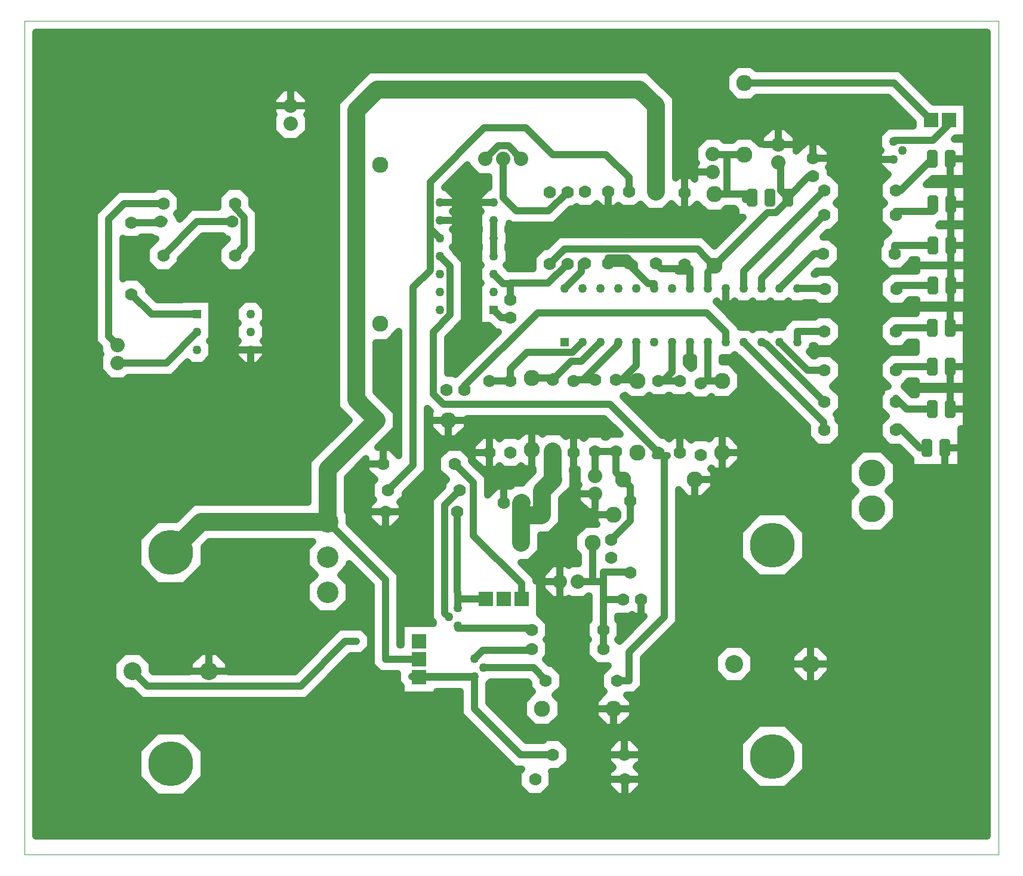
<source format=gbr>
G04 PROTEUS GERBER X2 FILE*
%TF.GenerationSoftware,Labcenter,Proteus,8.15-SP1-Build34318*%
%TF.CreationDate,2023-09-22T14:49:31+00:00*%
%TF.FileFunction,Copper,L2,Bot*%
%TF.FilePolarity,Positive*%
%TF.Part,Single*%
%TF.SameCoordinates,{cc55e535-ffdd-4919-8125-6210c26246c2}*%
%FSLAX45Y45*%
%MOMM*%
G01*
%TA.AperFunction,Conductor*%
%ADD10C,1.016000*%
%ADD11C,2.540000*%
%TA.AperFunction,ViaPad*%
%ADD12C,0.762000*%
%TA.AperFunction,ComponentPad*%
%ADD13C,2.032000*%
%TA.AperFunction,ComponentPad*%
%ADD14R,1.270000X1.270000*%
%ADD15C,1.270000*%
%AMDIL006*
4,1,8,
-0.762000,0.965200,-0.457200,1.270000,0.457200,1.270000,0.762000,0.965200,0.762000,-0.965200,
0.457200,-1.270000,-0.457200,-1.270000,-0.762000,-0.965200,-0.762000,0.965200,
0*%
%TA.AperFunction,ComponentPad*%
%ADD16DIL006*%
%ADD17C,1.778000*%
%ADD18C,2.286000*%
%TA.AperFunction,ComponentPad*%
%ADD19R,2.032000X2.032000*%
%TA.AperFunction,ComponentPad*%
%ADD70C,2.540000*%
%ADD71C,6.350000*%
%TA.AperFunction,ComponentPad*%
%ADD20C,3.048000*%
%TA.AperFunction,ComponentPad*%
%ADD21C,3.810000*%
%TA.AperFunction,Profile*%
%ADD22C,0.101600*%
%TD.AperFunction*%
%TA.AperFunction,Conductor*%
G36*
X+5362520Y-6250000D02*
X-8132520Y-6250000D01*
X-8132520Y+5142520D01*
X+5362520Y+5142520D01*
X+5362520Y-6250000D01*
G37*
%TD.AperFunction*%
%LPC*%
G36*
X+627564Y+4527564D02*
X+939399Y+4215729D01*
X+939399Y+3076647D01*
X+970051Y+3107299D01*
X+1169949Y+3107299D01*
X+1216001Y+3061247D01*
X+1216001Y+3265210D01*
X+1237791Y+3287000D01*
X+1216001Y+3308790D01*
X+1216001Y+3519210D01*
X+1364790Y+3667999D01*
X+1575210Y+3667999D01*
X+1636010Y+3607199D01*
X+1746030Y+3607199D01*
X+1809530Y+3670699D01*
X+2030470Y+3670699D01*
X+2146001Y+3555168D01*
X+2146001Y+3659210D01*
X+2294790Y+3807999D01*
X+2505210Y+3807999D01*
X+2653999Y+3659210D01*
X+2653999Y+3455247D01*
X+2794051Y+3595299D01*
X+2993949Y+3595299D01*
X+3135299Y+3453949D01*
X+3135299Y+3254051D01*
X+3108248Y+3227000D01*
X+3135299Y+3199949D01*
X+3135299Y+3141299D01*
X+3153949Y+3141299D01*
X+3295299Y+2999949D01*
X+3295299Y+2800051D01*
X+3220248Y+2725000D01*
X+3295299Y+2649949D01*
X+3295299Y+2450051D01*
X+3153949Y+2308701D01*
X+3100067Y+2308701D01*
X+3032665Y+2241299D01*
X+3137949Y+2241299D01*
X+3279299Y+2099949D01*
X+3279299Y+1900051D01*
X+3137949Y+1758701D01*
X+2952067Y+1758701D01*
X+2906565Y+1713199D01*
X+2929951Y+1713199D01*
X+2958051Y+1741299D01*
X+3157949Y+1741299D01*
X+3299299Y+1599949D01*
X+3299299Y+1400051D01*
X+3157949Y+1258701D01*
X+3011264Y+1258701D01*
X+3010323Y+1258311D01*
X+3009933Y+1258701D01*
X+2958051Y+1258701D01*
X+2909951Y+1306801D01*
X+2772128Y+1306801D01*
X+2759428Y+1294101D01*
X+2580572Y+1294101D01*
X+2543000Y+1331673D01*
X+2505428Y+1294101D01*
X+2326572Y+1294101D01*
X+2289000Y+1331673D01*
X+2251428Y+1294101D01*
X+2072572Y+1294101D01*
X+2035000Y+1331673D01*
X+1997428Y+1294101D01*
X+1818572Y+1294101D01*
X+1781000Y+1331673D01*
X+1743428Y+1294101D01*
X+1564572Y+1294101D01*
X+1527000Y+1331673D01*
X+1516039Y+1320712D01*
X+1857199Y+979552D01*
X+1857199Y+963899D01*
X+1997428Y+963899D01*
X+2035000Y+926327D01*
X+2072572Y+963899D01*
X+2251428Y+963899D01*
X+2289000Y+926327D01*
X+2326572Y+963899D01*
X+2466801Y+963899D01*
X+2466801Y+982167D01*
X+2585833Y+1101199D01*
X+2913951Y+1101199D01*
X+2954051Y+1141299D01*
X+3153949Y+1141299D01*
X+3295299Y+999949D01*
X+3295299Y+800051D01*
X+3153949Y+658701D01*
X+2954051Y+658701D01*
X+2917951Y+694801D01*
X+2885899Y+694801D01*
X+2885899Y+658572D01*
X+2839346Y+612019D01*
X+2900167Y+551199D01*
X+2913951Y+551199D01*
X+2954051Y+591299D01*
X+3153949Y+591299D01*
X+3295299Y+449949D01*
X+3295299Y+250051D01*
X+3170248Y+125000D01*
X+3295299Y-51D01*
X+3295299Y-199949D01*
X+3219307Y-275941D01*
X+3247889Y-304523D01*
X+3247889Y-352641D01*
X+3295299Y-400051D01*
X+3295299Y-599949D01*
X+3153949Y-741299D01*
X+2954051Y-741299D01*
X+2812701Y-599949D01*
X+2812701Y-444068D01*
X+1836533Y+532101D01*
X+1818572Y+532101D01*
X+1781000Y+569673D01*
X+1743428Y+532101D01*
X+1603199Y+532101D01*
X+1603199Y+466699D01*
X+1710470Y+466699D01*
X+1866699Y+310470D01*
X+1866699Y+89530D01*
X+1710470Y-66699D01*
X+1489530Y-66699D01*
X+1449039Y-26209D01*
X+1399949Y-75299D01*
X+1200051Y-75299D01*
X+1133000Y-8248D01*
X+1099949Y-41299D01*
X+900051Y-41299D01*
X+861951Y-3199D01*
X+838049Y-3199D01*
X+799949Y-41299D01*
X+600051Y-41299D01*
X+567960Y-9209D01*
X+510470Y-66699D01*
X+289530Y-66699D01*
X+224039Y-1209D01*
X+199949Y-25299D01*
X+196665Y-25299D01*
X+746067Y-574701D01*
X+799949Y-574701D01*
X+850000Y-624752D01*
X+900051Y-574701D01*
X+1099949Y-574701D01*
X+1167000Y-641752D01*
X+1200051Y-608701D01*
X+1399949Y-608701D01*
X+1415039Y-623792D01*
X+1489530Y-549301D01*
X+1710470Y-549301D01*
X+1866699Y-705530D01*
X+1866699Y-926470D01*
X+1710470Y-1082699D01*
X+1489530Y-1082699D01*
X+1449039Y-1042209D01*
X+1442208Y-1049040D01*
X+1482699Y-1089530D01*
X+1482699Y-1310470D01*
X+1326470Y-1466699D01*
X+1105530Y-1466699D01*
X+984923Y-1346092D01*
X+984923Y-3229779D01*
X+482867Y-3731835D01*
X+482867Y-4134167D01*
X+363835Y-4253199D01*
X+254049Y-4253199D01*
X+250208Y-4257040D01*
X+332699Y-4339530D01*
X+332699Y-4560470D01*
X+176470Y-4716699D01*
X-44470Y-4716699D01*
X-200699Y-4560470D01*
X-200699Y-4339530D01*
X-68209Y-4207040D01*
X-125299Y-4149949D01*
X-125299Y-3950051D01*
X-16547Y-3841299D01*
X-183949Y-3841299D01*
X-325299Y-3699949D01*
X-325299Y-3500051D01*
X-290248Y-3465000D01*
X-325299Y-3429949D01*
X-325299Y-3230051D01*
X-287199Y-3191951D01*
X-287199Y-2853199D01*
X-289990Y-2853199D01*
X-340790Y-2903999D01*
X-551210Y-2903999D01*
X-573000Y-2882209D01*
X-594790Y-2903999D01*
X-805210Y-2903999D01*
X-953999Y-2755210D01*
X-953999Y-2544790D01*
X-805210Y-2396001D01*
X-594790Y-2396001D01*
X-573000Y-2417791D01*
X-551210Y-2396001D01*
X-437199Y-2396001D01*
X-437199Y-2273970D01*
X-500699Y-2210470D01*
X-500699Y-1989530D01*
X-344470Y-1833301D01*
X-177868Y-1833301D01*
X-200699Y-1810470D01*
X-200699Y-1657999D01*
X-305210Y-1657999D01*
X-453999Y-1509210D01*
X-453999Y-1298790D01*
X-432209Y-1277000D01*
X-453999Y-1255210D01*
X-453999Y-1057299D01*
X-520601Y-1057299D01*
X-520601Y-1078317D01*
X-513391Y-1085527D01*
X-513391Y-1316985D01*
X-670601Y-1474195D01*
X-670601Y-1815731D01*
X-834269Y-1979399D01*
X-834271Y-1979399D01*
X-844271Y-1989399D01*
X-970601Y-1989399D01*
X-970601Y-2215731D01*
X-1134269Y-2379399D01*
X-1250739Y-2379399D01*
X-1038801Y-2591337D01*
X-1038801Y-2636001D01*
X-988001Y-2636001D01*
X-988001Y-3100751D01*
X-858701Y-3230051D01*
X-858701Y-3429949D01*
X-893752Y-3465000D01*
X-858701Y-3500051D01*
X-858701Y-3699949D01*
X-905693Y-3746941D01*
X-843933Y-3808701D01*
X-800051Y-3808701D01*
X-658701Y-3950051D01*
X-658701Y-4149949D01*
X-765792Y-4257040D01*
X-683301Y-4339530D01*
X-683301Y-4560470D01*
X-839530Y-4716699D01*
X-1060470Y-4716699D01*
X-1216699Y-4560470D01*
X-1216699Y-4339530D01*
X-1084209Y-4207040D01*
X-1141299Y-4149949D01*
X-1141299Y-4086067D01*
X-1157167Y-4070199D01*
X-1680872Y-4070199D01*
X-1693572Y-4082899D01*
X-1694101Y-4082899D01*
X-1694101Y-4083428D01*
X-1706801Y-4096128D01*
X-1706801Y-4365833D01*
X-1175833Y-4896801D01*
X-938049Y-4896801D01*
X-899949Y-4858701D01*
X-700051Y-4858701D01*
X-558701Y-5000051D01*
X-558701Y-5199949D01*
X-700051Y-5341299D01*
X-817453Y-5341299D01*
X-808701Y-5350051D01*
X-808701Y-5549949D01*
X-950051Y-5691299D01*
X-1149949Y-5691299D01*
X-1291299Y-5549949D01*
X-1291299Y-5350051D01*
X-1244447Y-5303199D01*
X-1344168Y-5303199D01*
X-1463199Y-5184167D01*
X-2113199Y-4534167D01*
X-2113199Y-4207199D01*
X-2446001Y-4207199D01*
X-2446001Y-4257999D01*
X-2953999Y-4257999D01*
X-2953999Y-4130368D01*
X-3003199Y-4081168D01*
X-3003199Y-3953199D01*
X-3254167Y-3953199D01*
X-3373199Y-3834167D01*
X-3373199Y-2703407D01*
X-3685201Y-2391405D01*
X-3685201Y-2425872D01*
X-3809139Y-2549810D01*
X-3685201Y-2673748D01*
X-3685201Y-2926252D01*
X-3863748Y-3104799D01*
X-4116252Y-3104799D01*
X-4294799Y-2926252D01*
X-4294799Y-2673748D01*
X-4170861Y-2549810D01*
X-4294799Y-2425872D01*
X-4294799Y-2173368D01*
X-4200070Y-2078639D01*
X-5669059Y-2078639D01*
X-5747777Y-2157357D01*
X-5747777Y-2426767D01*
X-6023037Y-2702027D01*
X-6412315Y-2702027D01*
X-6687575Y-2426767D01*
X-6687575Y-2037489D01*
X-6412315Y-1762229D01*
X-6142905Y-1762229D01*
X-5900517Y-1519841D01*
X-4269399Y-1519841D01*
X-4269399Y-938271D01*
X-3691128Y-360000D01*
X-3869399Y-181729D01*
X-3869399Y+4145729D01*
X-3405729Y+4609399D01*
X+545729Y+4609399D01*
X+627564Y+4527564D01*
G37*
G36*
X+5068599Y+670601D02*
X+5068599Y+120601D01*
X+4357401Y+120601D01*
X+4357401Y+196801D01*
X+4258049Y+196801D01*
X+4186248Y+125000D01*
X+4308049Y+3199D01*
X+4357401Y+3199D01*
X+4357401Y+79399D01*
X+5068599Y+79399D01*
X+5068599Y-479399D01*
X+4992599Y-479399D01*
X+4992599Y-1029399D01*
X+4281401Y-1029399D01*
X+4281401Y-912767D01*
X+4109933Y-741299D01*
X+3970051Y-741299D01*
X+3828701Y-599949D01*
X+3828701Y-400051D01*
X+3928752Y-300000D01*
X+3828701Y-199949D01*
X+3828701Y-51D01*
X+3866801Y+38049D01*
X+3866801Y+85773D01*
X+3948270Y+119518D01*
X+3953752Y+125000D01*
X+3828701Y+250051D01*
X+3828701Y+449949D01*
X+3970051Y+591299D01*
X+3973933Y+591299D01*
X+3985833Y+603199D01*
X+4357401Y+603199D01*
X+4357401Y+746801D01*
X+4258049Y+746801D01*
X+4169949Y+658701D01*
X+3970051Y+658701D01*
X+3828701Y+800051D01*
X+3828701Y+999949D01*
X+3970051Y+1141299D01*
X+3973933Y+1141299D01*
X+3985833Y+1153199D01*
X+4357401Y+1153199D01*
X+4357401Y+1229399D01*
X+5068599Y+1229399D01*
X+5068599Y+670601D01*
G37*
G36*
X+5072599Y+1270601D02*
X+4361401Y+1270601D01*
X+4361401Y+1346801D01*
X+4262049Y+1346801D01*
X+4173949Y+1258701D01*
X+3974051Y+1258701D01*
X+3832701Y+1400051D01*
X+3832701Y+1599949D01*
X+3974051Y+1741299D01*
X+3977933Y+1741299D01*
X+3989833Y+1753199D01*
X+4361401Y+1753199D01*
X+4361401Y+1829399D01*
X+5072599Y+1829399D01*
X+5072599Y+1270601D01*
G37*
G36*
X+2093970Y+4623199D02*
X+4128167Y+4623199D01*
X+4597366Y+4153999D01*
X+5071999Y+4153999D01*
X+5071999Y+3646001D01*
X+4910633Y+3646001D01*
X+4894031Y+3629399D01*
X+5066599Y+3629399D01*
X+5066599Y+3070601D01*
X+4591967Y+3070601D01*
X+4500765Y+2979399D01*
X+5072599Y+2979399D01*
X+5072599Y+2420601D01*
X+4697967Y+2420601D01*
X+4676765Y+2399399D01*
X+5072599Y+2399399D01*
X+5072599Y+1840601D01*
X+4361401Y+1840601D01*
X+4361401Y+1916801D01*
X+4295299Y+1916801D01*
X+4295299Y+1900051D01*
X+4153949Y+1758701D01*
X+3954051Y+1758701D01*
X+3812701Y+1900051D01*
X+3812701Y+2099949D01*
X+3850802Y+2138050D01*
X+3850802Y+2204168D01*
X+3962693Y+2316059D01*
X+3828701Y+2450051D01*
X+3828701Y+2649949D01*
X+3903752Y+2725000D01*
X+3828701Y+2800051D01*
X+3828701Y+2999949D01*
X+3955853Y+3127101D01*
X+3947572Y+3127101D01*
X+3821101Y+3253572D01*
X+3821101Y+3432428D01*
X+3858673Y+3470000D01*
X+3821101Y+3507572D01*
X+3821101Y+3686428D01*
X+3947572Y+3812899D01*
X+3965533Y+3812899D01*
X+3968428Y+3815794D01*
X+4310001Y+3815794D01*
X+4310001Y+3866633D01*
X+3959833Y+4216801D01*
X+2093970Y+4216801D01*
X+2030470Y+4153301D01*
X+1809530Y+4153301D01*
X+1653301Y+4309530D01*
X+1653301Y+4530470D01*
X+1809530Y+4686699D01*
X+2030470Y+4686699D01*
X+2093970Y+4623199D01*
G37*
G36*
X+3140187Y-3697937D02*
X+3140187Y-3929399D01*
X+2976519Y-4093067D01*
X+2745057Y-4093067D01*
X+2581389Y-3929399D01*
X+2581389Y-3697937D01*
X+2745057Y-3534269D01*
X+2976519Y-3534269D01*
X+3140187Y-3697937D01*
G37*
G36*
X+2053067Y-3697937D02*
X+2053067Y-3929399D01*
X+1889399Y-4093067D01*
X+1657937Y-4093067D01*
X+1494269Y-3929399D01*
X+1494269Y-3697937D01*
X+1657937Y-3534269D01*
X+1889399Y-3534269D01*
X+2053067Y-3697937D01*
G37*
G36*
X+2787127Y-4932209D02*
X+2787127Y-5321487D01*
X+2511867Y-5596747D01*
X+2122589Y-5596747D01*
X+1847329Y-5321487D01*
X+1847329Y-4932209D01*
X+2122589Y-4656949D01*
X+2511867Y-4656949D01*
X+2787127Y-4932209D01*
G37*
G36*
X+2787127Y-1935009D02*
X+2787127Y-2324287D01*
X+2511867Y-2599547D01*
X+2122589Y-2599547D01*
X+1847329Y-2324287D01*
X+1847329Y-1935009D01*
X+2122589Y-1659749D01*
X+2511867Y-1659749D01*
X+2787127Y-1935009D01*
G37*
G36*
X+457299Y-5000051D02*
X+457299Y-5199949D01*
X+384248Y-5273000D01*
X+461299Y-5350051D01*
X+461299Y-5549949D01*
X+319949Y-5691299D01*
X+120051Y-5691299D01*
X-21299Y-5549949D01*
X-21299Y-5350051D01*
X+51752Y-5277000D01*
X-25299Y-5199949D01*
X-25299Y-5000051D01*
X+116051Y-4858701D01*
X+315949Y-4858701D01*
X+457299Y-5000051D01*
G37*
G36*
X-4266001Y+4203210D02*
X-4266001Y+3992790D01*
X-4287791Y+3971000D01*
X-4266001Y+3949210D01*
X-4266001Y+3738790D01*
X-4414790Y+3590001D01*
X-4625210Y+3590001D01*
X-4773999Y+3738790D01*
X-4773999Y+3949210D01*
X-4752209Y+3971000D01*
X-4773999Y+3992790D01*
X-4773999Y+4203210D01*
X-4625210Y+4351999D01*
X-4414790Y+4351999D01*
X-4266001Y+4203210D01*
G37*
G36*
X+4072899Y-967967D02*
X+4072899Y-1252033D01*
X+3960932Y-1364000D01*
X+4072899Y-1475967D01*
X+4072899Y-1760033D01*
X+3872033Y-1960899D01*
X+3587967Y-1960899D01*
X+3387101Y-1760033D01*
X+3387101Y-1475967D01*
X+3499068Y-1364000D01*
X+3387101Y-1252033D01*
X+3387101Y-967967D01*
X+3587967Y-767101D01*
X+3872033Y-767101D01*
X+4072899Y-967967D01*
G37*
G36*
X-5067701Y+2814949D02*
X-5067701Y+2699140D01*
X-4971801Y+2603240D01*
X-4971801Y+2024833D01*
X-5067701Y+1928933D01*
X-5067701Y+1875051D01*
X-5209051Y+1733701D01*
X-5408949Y+1733701D01*
X-5550299Y+1875051D01*
X-5550299Y+2074949D01*
X-5411547Y+2213701D01*
X-5444949Y+2213701D01*
X-5483049Y+2251801D01*
X-5760833Y+2251801D01*
X-6083701Y+1928933D01*
X-6083701Y+1875051D01*
X-6225051Y+1733701D01*
X-6424949Y+1733701D01*
X-6566299Y+1875051D01*
X-6566299Y+2074949D01*
X-6427547Y+2213701D01*
X-6460949Y+2213701D01*
X-6489049Y+2241801D01*
X-6636951Y+2241801D01*
X-6675051Y+2203701D01*
X-6874949Y+2203701D01*
X-6895572Y+2224324D01*
X-6895572Y+1649676D01*
X-6874949Y+1670299D01*
X-6675051Y+1670299D01*
X-6533701Y+1528949D01*
X-6533701Y+1475067D01*
X-6404833Y+1346199D01*
X-6062899Y+1346199D01*
X-6062899Y+1358899D01*
X-5631101Y+1358899D01*
X-5631101Y+799572D01*
X-5668674Y+761999D01*
X-5631101Y+724428D01*
X-5631101Y+545572D01*
X-5757572Y+419101D01*
X-5936428Y+419101D01*
X-5982981Y+465653D01*
X-6196833Y+251801D01*
X-6818990Y+251801D01*
X-6869790Y+201001D01*
X-7080210Y+201001D01*
X-7228999Y+349790D01*
X-7228999Y+560210D01*
X-7207209Y+582000D01*
X-7228999Y+603790D01*
X-7228999Y+675632D01*
X-7301970Y+748604D01*
X-7301970Y+2577112D01*
X-6960883Y+2918199D01*
X-6463049Y+2918199D01*
X-6424949Y+2956299D01*
X-6225051Y+2956299D01*
X-6083701Y+2814949D01*
X-6083701Y+2615051D01*
X-6131753Y+2566999D01*
X-6119701Y+2554949D01*
X-6119701Y+2540142D01*
X-6093488Y+2493878D01*
X-5929167Y+2658199D01*
X-5550299Y+2658199D01*
X-5550299Y+2814949D01*
X-5408949Y+2956299D01*
X-5209051Y+2956299D01*
X-5067701Y+2814949D01*
G37*
G36*
X-4869101Y+1232428D02*
X-4869101Y+1053572D01*
X-4906673Y+1016000D01*
X-4869101Y+978428D01*
X-4869101Y+799572D01*
X-4906673Y+762000D01*
X-4869101Y+724428D01*
X-4869101Y+545572D01*
X-4995572Y+419101D01*
X-5174428Y+419101D01*
X-5300899Y+545572D01*
X-5300899Y+724428D01*
X-5263327Y+762000D01*
X-5300899Y+799572D01*
X-5300899Y+978428D01*
X-5263327Y+1016000D01*
X-5300899Y+1053572D01*
X-5300899Y+1232428D01*
X-5174428Y+1358899D01*
X-4995572Y+1358899D01*
X-4869101Y+1232428D01*
G37*
G36*
X-3383012Y-3412108D02*
X-3383012Y-3580444D01*
X-3502043Y-3699475D01*
X-3661024Y-3699475D01*
X-4290456Y-4328907D01*
X-6635843Y-4328907D01*
X-6769203Y-4195547D01*
X-6876967Y-4195547D01*
X-7040635Y-4031879D01*
X-7040635Y-3800417D01*
X-6876967Y-3636749D01*
X-6645505Y-3636749D01*
X-6481837Y-3800417D01*
X-6481837Y-3908181D01*
X-6467509Y-3922509D01*
X-5953515Y-3922509D01*
X-5953515Y-3800417D01*
X-5789847Y-3636749D01*
X-5558385Y-3636749D01*
X-5394717Y-3800417D01*
X-5394717Y-3922509D01*
X-4458790Y-3922509D01*
X-3829358Y-3293077D01*
X-3502043Y-3293077D01*
X-3383012Y-3412108D01*
G37*
G36*
X-5747777Y-5034689D02*
X-5747777Y-5423967D01*
X-6023037Y-5699227D01*
X-6412315Y-5699227D01*
X-6687575Y-5423967D01*
X-6687575Y-5034689D01*
X-6412315Y-4759429D01*
X-6023037Y-4759429D01*
X-5747777Y-5034689D01*
G37*
%LPD*%
%TA.AperFunction,Conductor*%
G36*
X+970051Y+2624701D02*
X+1169949Y+2624701D01*
X+1252039Y+2706791D01*
X+1381530Y+2577301D01*
X+1602470Y+2577301D01*
X+1665970Y+2640801D01*
X+1775001Y+2640801D01*
X+1797401Y+2618401D01*
X+1797401Y+2520601D01*
X+1897235Y+2520601D01*
X+1492000Y+2115366D01*
X+1337236Y+2270130D01*
X-717236Y+2270130D01*
X-886067Y+2101299D01*
X-939949Y+2101299D01*
X-1081299Y+1959949D01*
X-1081299Y+1790799D01*
X-1422101Y+1790799D01*
X-1422101Y+1799428D01*
X-1459673Y+1837000D01*
X-1422101Y+1874572D01*
X-1422101Y+2053428D01*
X-1434802Y+2066128D01*
X-1434802Y+2115871D01*
X-1422101Y+2128572D01*
X-1422101Y+2307428D01*
X-1434802Y+2320129D01*
X-1434802Y+2369871D01*
X-1422101Y+2382572D01*
X-1422101Y+2432333D01*
X-1398167Y+2408401D01*
X-773433Y+2408401D01*
X-545533Y+2636301D01*
X-491651Y+2636301D01*
X-461600Y+2666352D01*
X-439949Y+2644701D01*
X-240051Y+2644701D01*
X-175000Y+2709752D01*
X-109949Y+2644701D01*
X+89949Y+2644701D01*
X+134350Y+2689102D01*
X+180051Y+2643402D01*
X+379949Y+2643402D01*
X+443708Y+2707161D01*
X+544269Y+2606601D01*
X+775731Y+2606601D01*
X+881941Y+2712811D01*
X+970051Y+2624701D01*
G37*
%TD.AperFunction*%
%TA.AperFunction,Conductor*%
G36*
X+1196801Y+404049D02*
X+1166999Y+374247D01*
X+1099949Y+441299D01*
X+1095199Y+441299D01*
X+1095199Y+532101D01*
X+1196801Y+532101D01*
X+1196801Y+404049D01*
G37*
%TD.AperFunction*%
%TA.AperFunction,Conductor*%
G36*
X-2007999Y+3244790D02*
X-1859210Y+3096001D01*
X-1703199Y+3096001D01*
X-1703199Y+2941899D01*
X-1727428Y+2941899D01*
X-1853899Y+2815428D01*
X-1853899Y+2636572D01*
X-1816327Y+2599000D01*
X-1853899Y+2561428D01*
X-1853899Y+2382572D01*
X-1841199Y+2369872D01*
X-1841199Y+2320128D01*
X-1853899Y+2307428D01*
X-1853899Y+2128572D01*
X-1841199Y+2115872D01*
X-1841199Y+2066128D01*
X-1853899Y+2053428D01*
X-1853899Y+1874572D01*
X-1816328Y+1836999D01*
X-1853899Y+1799428D01*
X-1853899Y+1620572D01*
X-1816327Y+1583000D01*
X-1853899Y+1545428D01*
X-1853899Y+986101D01*
X-1709467Y+986101D01*
X-1616167Y+892801D01*
X-1574565Y+892801D01*
X-2180059Y+287307D01*
X-2204051Y+311299D01*
X-2294173Y+311299D01*
X-2294173Y+808461D01*
X-2052434Y+1050200D01*
X-2052434Y+1903800D01*
X-2184101Y+2035467D01*
X-2184101Y+2053428D01*
X-2221674Y+2090999D01*
X-2184101Y+2128572D01*
X-2184101Y+2307428D01*
X-2221673Y+2345000D01*
X-2184101Y+2382572D01*
X-2184101Y+2561428D01*
X-2221673Y+2599000D01*
X-2184101Y+2636572D01*
X-2184101Y+2815428D01*
X-2310572Y+2941899D01*
X-2330734Y+2941899D01*
X-2007999Y+3264634D01*
X-2007999Y+3244790D01*
G37*
%TD.AperFunction*%
%TA.AperFunction,Conductor*%
G36*
X-2533431Y-236262D02*
X-2546699Y-249530D01*
X-2546699Y-470470D01*
X-2390470Y-626699D01*
X-2169530Y-626699D01*
X-2013301Y-470470D01*
X-2013301Y-333199D01*
X-70168Y-333199D01*
X+155334Y-558701D01*
X+51Y-558701D01*
X-38049Y-596801D01*
X-61951Y-596801D01*
X-100051Y-558701D01*
X-299949Y-558701D01*
X-358001Y-616753D01*
X-400051Y-574701D01*
X-599949Y-574701D01*
X-615059Y-589811D01*
X-684269Y-520601D01*
X-915731Y-520601D01*
X-946981Y-551851D01*
X-989530Y-509301D01*
X-1210470Y-509301D01*
X-1287961Y-586792D01*
X-1300051Y-574701D01*
X-1499949Y-574701D01*
X-1550000Y-624752D01*
X-1600051Y-574701D01*
X-1799949Y-574701D01*
X-1941299Y-716051D01*
X-1941299Y-915949D01*
X-1799949Y-1057299D01*
X-1600051Y-1057299D01*
X-1550000Y-1007248D01*
X-1499949Y-1057299D01*
X-1300051Y-1057299D01*
X-1247961Y-1005209D01*
X-1210470Y-1042699D01*
X-1079399Y-1042699D01*
X-1079399Y-1092737D01*
X-1229399Y-1242737D01*
X-1229399Y-1250602D01*
X-1355730Y-1250602D01*
X-1393940Y-1288812D01*
X-1394051Y-1288701D01*
X-1593949Y-1288701D01*
X-1722801Y-1417553D01*
X-1722801Y-1159833D01*
X-1948701Y-933933D01*
X-1948701Y-880051D01*
X-2090051Y-738701D01*
X-2289949Y-738701D01*
X-2431299Y-880051D01*
X-2431299Y-1079949D01*
X-2311248Y-1200000D01*
X-2361299Y-1250051D01*
X-2361299Y-1303933D01*
X-2532073Y-1474707D01*
X-2532073Y-3182293D01*
X-2492899Y-3221467D01*
X-2492899Y-3239428D01*
X-2490326Y-3242001D01*
X-2953999Y-3242001D01*
X-2953999Y-3546801D01*
X-2966801Y-3546801D01*
X-2966801Y-2535073D01*
X-3685201Y-1816673D01*
X-3685201Y-1672988D01*
X-3710601Y-1647588D01*
X-3710601Y-1169729D01*
X-3447299Y-906427D01*
X-3447299Y-1079949D01*
X-3327248Y-1200000D01*
X-3377299Y-1250051D01*
X-3377299Y-1449949D01*
X-3341599Y-1485650D01*
X-3416000Y-1560051D01*
X-3416000Y-1759949D01*
X-3274650Y-1901299D01*
X-3074752Y-1901299D01*
X-2933402Y-1759949D01*
X-2933402Y-1560051D01*
X-2969103Y-1524351D01*
X-2894701Y-1449949D01*
X-2894701Y-1396067D01*
X-2579583Y-1080949D01*
X-2579583Y-190110D01*
X-2533431Y-236262D01*
G37*
%TD.AperFunction*%
%TA.AperFunction,Conductor*%
G36*
X-2985981Y-858771D02*
X-3106051Y-738701D01*
X-3279573Y-738701D01*
X-3016602Y-475730D01*
X-3016602Y-244270D01*
X-3310601Y+49729D01*
X-3310601Y+743301D01*
X-3139530Y+743301D01*
X-2985981Y+896850D01*
X-2985981Y-858771D01*
G37*
%TD.AperFunction*%
%TA.AperFunction,Conductor*%
G36*
X+350051Y-3141299D02*
X+498671Y-3141299D01*
X+148609Y-3491361D01*
X+122248Y-3465000D01*
X+157299Y-3429949D01*
X+157299Y-3230051D01*
X+119199Y-3191951D01*
X+119199Y-3141299D01*
X+295949Y-3141299D01*
X+322999Y-3114249D01*
X+350051Y-3141299D01*
G37*
%TD.AperFunction*%
D10*
X+1300000Y+166000D02*
X+1300000Y+200000D01*
X+1334000Y+200000D02*
X+1300000Y+166000D01*
X-1700000Y+200000D02*
X-1400000Y+200000D01*
X-1638000Y+1964000D02*
X-1638000Y+2218000D01*
X-1638000Y+2472000D01*
X+200000Y-1200000D02*
X+100000Y-1100000D01*
X+100000Y-800000D01*
X-170000Y-800000D02*
X-200000Y-800000D01*
X-200000Y-1150000D02*
X-200000Y-800000D01*
X-170000Y-800000D02*
X+100000Y-800000D01*
X+196000Y-2900000D02*
X-84000Y-2900000D01*
X-84000Y-2650000D01*
X-84000Y-2521698D01*
X-77807Y-2515505D01*
X+299505Y-2515505D01*
X+300000Y-2516000D01*
X+300000Y-1500000D02*
X+300000Y-1300000D01*
X+200000Y-1200000D01*
X+32699Y-2050000D02*
X+300000Y-1782699D01*
X+300000Y-1500000D01*
X-1754000Y+3350000D02*
X-1571355Y+3532645D01*
X-1428645Y+3532645D01*
X-1246000Y+3350000D01*
X+1490000Y+1830000D02*
X+1488000Y+1828000D01*
X+1508000Y+2860000D02*
X+1492000Y+2844000D01*
X+1334000Y+200000D02*
X+1300000Y+200000D01*
X+384000Y+216000D02*
X+400000Y+200000D01*
X+1490000Y+1828000D02*
X+1490000Y+1830000D01*
D11*
X-950000Y-1700000D02*
X-950000Y-1358466D01*
X-792790Y-1201256D01*
X-800000Y-1194046D01*
X-800000Y-800000D01*
D10*
X-234000Y-2100000D02*
X-234000Y-2639769D01*
X-223769Y-2650000D01*
X-446000Y-2650000D02*
X-223769Y-2650000D01*
X-84000Y-2650000D01*
X-2150000Y-3277000D02*
X-2150000Y-3307000D01*
X-1123000Y-3307000D01*
X-1100000Y-3330000D01*
X-84000Y-3600000D02*
X-84000Y-3330000D01*
X-84000Y-2900000D01*
X-2400000Y+2218000D02*
X-2400000Y+2216701D01*
X-2398701Y+2218000D01*
X-1910000Y-3994000D02*
X-1910000Y-4001000D01*
X-1910000Y-4004000D01*
X-2700000Y-4004000D02*
X-2700000Y-4001000D01*
X-2700000Y-3997000D01*
X-2800000Y-3997000D02*
X-2800000Y-3994000D01*
X-1910000Y-3994000D01*
X-1910000Y-3740000D02*
X-1787000Y-3617000D01*
X-1100000Y-3617000D01*
X-1100000Y-3600000D01*
X-1783000Y-3867000D02*
X-1073000Y-3867000D01*
X-900000Y-4040000D01*
X-900000Y-4050000D01*
X-1400000Y+1350000D02*
X-1400000Y+1560000D01*
X+1000000Y+200000D02*
X+968000Y+200000D01*
X+400000Y+200000D02*
X+368000Y+200000D01*
X+384000Y+216000D01*
X+1568000Y+200000D02*
X+1600000Y+200000D01*
X-6975000Y+709000D02*
X-7098771Y+832771D01*
X-7098771Y+2492945D01*
X-6876716Y+2715000D01*
X-6325000Y+2715000D01*
X-6775000Y+1429000D02*
X-6489000Y+1143000D01*
X-5847000Y+1143000D01*
X-6775000Y+2445000D02*
X-6334258Y+2445000D01*
X-6311969Y+2467289D01*
X-6361000Y+2455000D01*
X-6325000Y+1975000D02*
X-5845000Y+2455000D01*
X-5345000Y+2455000D01*
X-5309000Y+1975000D02*
X-5175000Y+2109000D01*
X-5175000Y+2519073D01*
X-5309000Y+2653073D01*
X-5309000Y+2715000D01*
X-6975000Y+455000D02*
X-6281000Y+455000D01*
X-5847000Y+889000D01*
X-1638000Y+1202000D02*
X-1532000Y+1096000D01*
X-1400000Y+1096000D01*
X-1910000Y-4004000D02*
X-1910000Y-4450000D01*
X-1260000Y-5100000D01*
X-800000Y-5100000D01*
X-2398701Y+2218000D02*
X-2400000Y+2218000D01*
X-2539700Y+2358999D02*
X-2398701Y+2218000D01*
X+658000Y-858000D02*
X+700000Y-816000D01*
X-3136000Y-1350000D02*
X-2782782Y-996782D01*
X-2782782Y+1524688D01*
X-2540000Y+1767470D01*
X-2540000Y+2358699D01*
X-2539700Y+2358999D01*
X+700000Y-816000D02*
X+14000Y-130000D01*
X-2352327Y-130000D01*
X-2497372Y+15045D01*
X-2497372Y+892628D01*
X-2255633Y+1134367D01*
X-2255633Y+1819633D01*
X-2400000Y+1964000D01*
X-2158701Y-1660000D02*
X-2158701Y-2791299D01*
X-2150000Y-2800000D01*
X-2277000Y-3150000D02*
X-2328874Y-3098126D01*
X-2328874Y-1558874D01*
X-2120000Y-1350000D01*
D11*
X-3990000Y-1799240D02*
X-3990000Y-1054000D01*
X-3296000Y-360000D01*
D10*
X-2700000Y-4004000D02*
X-1910000Y-4004000D01*
X-2700000Y-4001000D02*
X-1910000Y-4001000D01*
X-3990000Y-1799240D02*
X-3170000Y-2619240D01*
X-3170000Y-3750000D01*
X-2700000Y-3750000D01*
X-1100000Y+240000D02*
X-816000Y+240000D01*
X-800000Y+256000D01*
X-800000Y+216000D01*
X-1750000Y-2890000D02*
X-2150000Y-2890000D01*
X-2150000Y-2800000D01*
X-2150000Y-3023000D02*
X-2150000Y-2890000D01*
D11*
X-950000Y-1700000D02*
X-960000Y-1710000D01*
X-1250000Y-1710000D01*
X-1250000Y-2100000D02*
X-1250000Y-1710000D01*
X-1250000Y-1540000D01*
X-1240000Y-1530000D01*
X-3990000Y-1799240D02*
X-5784788Y-1799240D01*
X-6217676Y-2232128D01*
D10*
X-6761236Y-3916148D02*
X-6551676Y-4125708D01*
X-4374623Y-4125708D01*
X-3745191Y-3496276D01*
X-3586211Y-3496276D01*
X-1400000Y+1576000D02*
X-1400000Y+1560000D01*
X-1638000Y+1710000D02*
X-1504000Y+1576000D01*
X-1400000Y+1576000D01*
X+4074000Y+1500000D02*
X+4074000Y+1550000D01*
X+4590000Y+1550000D01*
X+4070000Y+900000D02*
X+4070000Y+950000D01*
X+4586000Y+950000D01*
X+4070000Y+350000D02*
X+4070000Y+400000D01*
X+4586000Y+400000D01*
X+4590000Y+2700000D02*
X+4590000Y+2600000D01*
X+4070000Y+2600000D01*
X+4070000Y+2550000D01*
X+4070000Y-100000D02*
X+4070000Y-50000D01*
X+4220000Y-200000D01*
X+4586000Y-200000D01*
X+4054000Y+2000000D02*
X+4054000Y+2120000D01*
X+4590000Y+2120000D01*
X+4037000Y+3597000D02*
X+4052595Y+3612595D01*
X+4589861Y+3612595D01*
X+4818000Y+3840734D01*
X+4818000Y+3900000D01*
X-2190000Y-980000D02*
X-1926000Y-1244000D01*
X-1926000Y-1991504D01*
X-1242000Y-2675504D01*
X-1242000Y-2890000D01*
X+968000Y+200000D02*
X+900000Y+200000D01*
X+768000Y+200000D01*
X+892000Y+324000D01*
X+892000Y+748000D01*
X+700000Y+200000D02*
X+768000Y+200000D01*
X+384000Y+216000D02*
X+300000Y+216000D01*
X+228135Y+216000D01*
X+184000Y+216000D01*
X+384000Y+416000D01*
X+384000Y+748000D01*
X+100000Y+216000D02*
X+184000Y+216000D01*
X-800000Y+216000D02*
X-535777Y+480223D01*
X-391777Y+480223D01*
X-124000Y+748000D01*
X+1400000Y+748000D02*
X+1400000Y+232000D01*
X+1368000Y+200000D01*
X+1439623Y+200000D01*
X+1568000Y+200000D01*
X+1368000Y+200000D02*
X+1334000Y+200000D01*
X-200000Y+216000D02*
X-365464Y+216000D01*
X+130000Y+711464D01*
X+130000Y+748000D01*
X-365464Y+216000D02*
X-484000Y+216000D01*
X-500000Y+200000D01*
X-2050000Y+70000D02*
X-2050000Y+130000D01*
X-1013400Y+1166600D01*
X+1382785Y+1166600D01*
X+1654000Y+895385D01*
X+1654000Y+748000D01*
X-378000Y+748000D02*
X-518472Y+607528D01*
X-1162472Y+607528D01*
X-1400000Y+370000D01*
X-1400000Y+200000D01*
X+280000Y+1870000D02*
X+280000Y+1868701D01*
X-591600Y+1861600D02*
X-865600Y+1587600D01*
X-1400000Y+1587600D01*
X-1400000Y+1576000D01*
X-1500000Y+3350000D02*
X-1500000Y+2797600D01*
X-1314000Y+2611600D01*
X-857600Y+2611600D01*
X-591600Y+2877600D01*
X-630000Y+1510000D02*
X-390000Y+1750000D01*
X-390000Y+1870000D01*
X-340000Y+1870000D01*
X+280000Y+2884701D02*
X+280000Y+3082011D01*
X-47989Y+3410000D01*
X-800395Y+3410000D01*
X-1179121Y+3788726D01*
X-1771273Y+3788726D01*
X-2539700Y+3020299D01*
X-2539700Y+2358999D01*
X+638000Y+1510000D02*
X+638000Y+1580000D01*
X+558000Y+1580000D01*
X+268000Y+1870000D01*
X+280000Y+1870000D01*
X-10000Y+1870000D02*
X+268000Y+1870000D01*
X+280000Y+1870000D02*
X+340000Y+1870000D01*
X+360000Y+1850000D01*
X+360000Y+1800000D01*
X-10000Y+1870000D02*
X-10000Y+1940000D01*
X+260000Y+1940000D01*
X+280000Y+1920000D01*
X+280000Y+1870000D01*
X+1933970Y+2769199D02*
X+1933970Y+2808000D01*
X+1146000Y+1766000D02*
X+1146000Y+1756000D01*
X+976000Y+1756000D01*
X+1006000Y+1786000D01*
X+1070000Y+1850000D01*
X+1146000Y+1510000D02*
X+1146000Y+1756000D01*
X+660000Y+1870000D02*
X+744000Y+1786000D01*
X+1006000Y+1786000D01*
X+1146000Y+1786000D01*
X+1146000Y+1766000D01*
X+1933970Y+2808000D02*
X+1933970Y+2844000D01*
X+1400000Y+1510000D02*
X+1400000Y+1740000D01*
X+1488000Y+1828000D01*
X+1490000Y+1828000D01*
X+1492000Y+1828000D01*
X-840000Y+1860000D02*
X-633069Y+2066931D01*
X+1253069Y+2066931D01*
X+1377700Y+1942300D01*
X+1490000Y+1830000D01*
X+1492000Y+1828000D01*
X+2026000Y+2800000D02*
X+2026000Y+2808000D01*
X+1933970Y+2808000D01*
X+2534000Y+2800000D02*
X+2436666Y+2897334D01*
X+2436666Y+3270000D01*
X+2380000Y+3326666D01*
X+2400000Y+3300000D01*
X+1492000Y+1828000D02*
X+2249183Y+2585183D01*
X+2365183Y+2585183D01*
X+2534000Y+2754000D01*
X+2534000Y+2800000D01*
X+2670000Y+748000D02*
X+2670000Y+898000D01*
X+2819082Y+898000D01*
X+3054000Y+898000D01*
X+3054000Y+900000D01*
X+2670000Y+1510000D02*
X+3046000Y+1510000D01*
X+3058000Y+1498000D01*
X+3058000Y+1500000D01*
X+2416000Y+748000D02*
X+2816000Y+348000D01*
X+3054000Y+348000D01*
X+3054000Y+350000D01*
X+2534000Y+2800000D02*
X+2834000Y+3100000D01*
X+2894000Y+3100000D01*
X+1908000Y+1510000D02*
X+1908000Y+1754000D01*
X+3054000Y+2900000D01*
X+2162000Y+1510000D02*
X+2162000Y+1658000D01*
X+3054000Y+2550000D01*
X+2416000Y+1510000D02*
X+2906000Y+2000000D01*
X+3038000Y+2000000D01*
X+4070000Y+2900000D02*
X+4134000Y+2900000D01*
X+4584000Y+3350000D01*
X+1908000Y+748000D02*
X+3044690Y-388690D01*
X+3044690Y-411100D01*
X+3054000Y-500000D01*
X+3054000Y-100000D02*
X+2234000Y+720000D01*
X+2225500Y+720000D01*
X+2162000Y+748000D01*
X+1920000Y+4420000D02*
X+4044000Y+4420000D01*
X+4564000Y+3900000D01*
X+1710000Y+2844000D02*
X+1675168Y+2878832D01*
X+1675168Y+3404000D01*
X+1933970Y+2844000D02*
X+1710000Y+2844000D01*
X+1508000Y+2844000D01*
X+1508000Y+2860000D01*
X+1920000Y+3404000D02*
X+1675168Y+3404000D01*
X+1480000Y+3404000D01*
X+1470000Y+3414000D01*
D11*
X+660000Y+2886000D02*
X+660000Y+4100000D01*
X+430000Y+4330000D01*
X-3290000Y+4330000D01*
X-3590000Y+4030000D01*
X-3590000Y-66000D01*
X-3296000Y-360000D01*
D10*
X+4070000Y-500000D02*
X+4070000Y-450000D01*
X+4106000Y-450000D01*
X+4406000Y-750000D01*
X+4510000Y-750000D01*
X+116000Y-4050000D02*
X+279668Y-4050000D01*
X+279668Y-3647668D01*
X+781724Y-3145612D01*
X+781724Y-897944D01*
X+821668Y-858000D01*
X+658000Y-858000D01*
D12*
X-3586211Y-3496276D03*
D10*
X+5362520Y-6250000D02*
X-8132520Y-6250000D01*
X-8132520Y+5142520D01*
X+5362520Y+5142520D01*
X+5362520Y-6250000D01*
X+627564Y+4527564D02*
X+939399Y+4215729D01*
X+939399Y+3076647D01*
X+970051Y+3107299D01*
X+1169949Y+3107299D01*
X+1216001Y+3061247D01*
X+1216001Y+3265210D01*
X+1237791Y+3287000D01*
X+1216001Y+3308790D01*
X+1216001Y+3519210D01*
X+1364790Y+3667999D01*
X+1575210Y+3667999D01*
X+1636010Y+3607199D01*
X+1746030Y+3607199D01*
X+1809530Y+3670699D01*
X+2030470Y+3670699D01*
X+2146001Y+3555168D01*
X+2146001Y+3659210D01*
X+2294790Y+3807999D01*
X+2505210Y+3807999D01*
X+2653999Y+3659210D01*
X+2653999Y+3455247D01*
X+2794051Y+3595299D01*
X+2993949Y+3595299D01*
X+3135299Y+3453949D01*
X+3135299Y+3254051D01*
X+3108248Y+3227000D01*
X+3135299Y+3199949D01*
X+3135299Y+3141299D01*
X+3153949Y+3141299D01*
X+3295299Y+2999949D01*
X+3295299Y+2800051D01*
X+3220248Y+2725000D01*
X+3295299Y+2649949D01*
X+3295299Y+2450051D01*
X+3153949Y+2308701D01*
X+3100067Y+2308701D01*
X+3032665Y+2241299D01*
X+3137949Y+2241299D01*
X+3279299Y+2099949D01*
X+3279299Y+1900051D01*
X+3137949Y+1758701D01*
X+2952067Y+1758701D01*
X+2906565Y+1713199D01*
X+2929951Y+1713199D01*
X+2958051Y+1741299D01*
X+3157949Y+1741299D01*
X+3299299Y+1599949D01*
X+3299299Y+1400051D01*
X+3157949Y+1258701D01*
X+3011264Y+1258701D01*
X+3010323Y+1258311D01*
X+3009933Y+1258701D01*
X+2958051Y+1258701D01*
X+2909951Y+1306801D01*
X+2772128Y+1306801D01*
X+2759428Y+1294101D01*
X+2580572Y+1294101D01*
X+2543000Y+1331673D01*
X+2505428Y+1294101D01*
X+2326572Y+1294101D01*
X+2289000Y+1331673D01*
X+2251428Y+1294101D01*
X+2072572Y+1294101D01*
X+2035000Y+1331673D01*
X+1997428Y+1294101D01*
X+1818572Y+1294101D01*
X+1781000Y+1331673D01*
X+1743428Y+1294101D01*
X+1564572Y+1294101D01*
X+1527000Y+1331673D01*
X+1516039Y+1320712D01*
X+1857199Y+979552D01*
X+1857199Y+963899D01*
X+1997428Y+963899D01*
X+2035000Y+926327D01*
X+2072572Y+963899D01*
X+2251428Y+963899D01*
X+2289000Y+926327D01*
X+2326572Y+963899D01*
X+2466801Y+963899D01*
X+2466801Y+982167D01*
X+2585833Y+1101199D01*
X+2913951Y+1101199D01*
X+2954051Y+1141299D01*
X+3153949Y+1141299D01*
X+3295299Y+999949D01*
X+3295299Y+800051D01*
X+3153949Y+658701D01*
X+2954051Y+658701D01*
X+2917951Y+694801D01*
X+2885899Y+694801D01*
X+2885899Y+658572D01*
X+2839346Y+612019D01*
X+2900167Y+551199D01*
X+2913951Y+551199D01*
X+2954051Y+591299D01*
X+3153949Y+591299D01*
X+3295299Y+449949D01*
X+3295299Y+250051D01*
X+3170248Y+125000D01*
X+3295299Y-51D01*
X+3295299Y-199949D01*
X+3219307Y-275941D01*
X+3247889Y-304523D01*
X+3247889Y-352641D01*
X+3295299Y-400051D01*
X+3295299Y-599949D01*
X+3153949Y-741299D01*
X+2954051Y-741299D01*
X+2812701Y-599949D01*
X+2812701Y-444068D01*
X+1836533Y+532101D01*
X+1818572Y+532101D01*
X+1781000Y+569673D01*
X+1743428Y+532101D01*
X+1603199Y+532101D01*
X+1603199Y+466699D01*
X+1710470Y+466699D01*
X+1866699Y+310470D01*
X+1866699Y+89530D01*
X+1710470Y-66699D01*
X+1489530Y-66699D01*
X+1449039Y-26209D01*
X+1399949Y-75299D01*
X+1200051Y-75299D01*
X+1133000Y-8248D01*
X+1099949Y-41299D01*
X+900051Y-41299D01*
X+861951Y-3199D01*
X+838049Y-3199D01*
X+799949Y-41299D01*
X+600051Y-41299D01*
X+567960Y-9209D01*
X+510470Y-66699D01*
X+289530Y-66699D01*
X+224039Y-1209D01*
X+199949Y-25299D01*
X+196665Y-25299D01*
X+746067Y-574701D01*
X+799949Y-574701D01*
X+850000Y-624752D01*
X+900051Y-574701D01*
X+1099949Y-574701D01*
X+1167000Y-641752D01*
X+1200051Y-608701D01*
X+1399949Y-608701D01*
X+1415039Y-623792D01*
X+1489530Y-549301D01*
X+1710470Y-549301D01*
X+1866699Y-705530D01*
X+1866699Y-926470D01*
X+1710470Y-1082699D01*
X+1489530Y-1082699D01*
X+1449039Y-1042209D01*
X+1442208Y-1049040D01*
X+1482699Y-1089530D01*
X+1482699Y-1310470D01*
X+1326470Y-1466699D01*
X+1105530Y-1466699D01*
X+984923Y-1346092D01*
X+984923Y-3229779D01*
X+482867Y-3731835D01*
X+482867Y-4134167D01*
X+363835Y-4253199D01*
X+254049Y-4253199D01*
X+250208Y-4257040D01*
X+332699Y-4339530D01*
X+332699Y-4560470D01*
X+176470Y-4716699D01*
X-44470Y-4716699D01*
X-200699Y-4560470D01*
X-200699Y-4339530D01*
X-68209Y-4207040D01*
X-125299Y-4149949D01*
X-125299Y-3950051D01*
X-16547Y-3841299D01*
X-183949Y-3841299D01*
X-325299Y-3699949D01*
X-325299Y-3500051D01*
X-290248Y-3465000D01*
X-325299Y-3429949D01*
X-325299Y-3230051D01*
X-287199Y-3191951D01*
X-287199Y-2853199D01*
X-289990Y-2853199D01*
X-340790Y-2903999D01*
X-551210Y-2903999D01*
X-573000Y-2882209D01*
X-594790Y-2903999D01*
X-805210Y-2903999D01*
X-953999Y-2755210D01*
X-953999Y-2544790D01*
X-805210Y-2396001D01*
X-594790Y-2396001D01*
X-573000Y-2417791D01*
X-551210Y-2396001D01*
X-437199Y-2396001D01*
X-437199Y-2273970D01*
X-500699Y-2210470D01*
X-500699Y-1989530D01*
X-344470Y-1833301D01*
X-177868Y-1833301D01*
X-200699Y-1810470D01*
X-200699Y-1657999D01*
X-305210Y-1657999D01*
X-453999Y-1509210D01*
X-453999Y-1298790D01*
X-432209Y-1277000D01*
X-453999Y-1255210D01*
X-453999Y-1057299D01*
X-520601Y-1057299D01*
X-520601Y-1078317D01*
X-513391Y-1085527D01*
X-513391Y-1316985D01*
X-670601Y-1474195D01*
X-670601Y-1815731D01*
X-834269Y-1979399D01*
X-834271Y-1979399D01*
X-844271Y-1989399D01*
X-970601Y-1989399D01*
X-970601Y-2215731D01*
X-1134269Y-2379399D01*
X-1250739Y-2379399D01*
X-1038801Y-2591337D01*
X-1038801Y-2636001D01*
X-988001Y-2636001D01*
X-988001Y-3100751D01*
X-858701Y-3230051D01*
X-858701Y-3429949D01*
X-893752Y-3465000D01*
X-858701Y-3500051D01*
X-858701Y-3699949D01*
X-905693Y-3746941D01*
X-843933Y-3808701D01*
X-800051Y-3808701D01*
X-658701Y-3950051D01*
X-658701Y-4149949D01*
X-765792Y-4257040D01*
X-683301Y-4339530D01*
X-683301Y-4560470D01*
X-839530Y-4716699D01*
X-1060470Y-4716699D01*
X-1216699Y-4560470D01*
X-1216699Y-4339530D01*
X-1084209Y-4207040D01*
X-1141299Y-4149949D01*
X-1141299Y-4086067D01*
X-1157167Y-4070199D01*
X-1680872Y-4070199D01*
X-1693572Y-4082899D01*
X-1694101Y-4082899D01*
X-1694101Y-4083428D01*
X-1706801Y-4096128D01*
X-1706801Y-4365833D01*
X-1175833Y-4896801D01*
X-938049Y-4896801D01*
X-899949Y-4858701D01*
X-700051Y-4858701D01*
X-558701Y-5000051D01*
X-558701Y-5199949D01*
X-700051Y-5341299D01*
X-817453Y-5341299D01*
X-808701Y-5350051D01*
X-808701Y-5549949D01*
X-950051Y-5691299D01*
X-1149949Y-5691299D01*
X-1291299Y-5549949D01*
X-1291299Y-5350051D01*
X-1244447Y-5303199D01*
X-1344168Y-5303199D01*
X-1463199Y-5184167D01*
X-2113199Y-4534167D01*
X-2113199Y-4207199D01*
X-2446001Y-4207199D01*
X-2446001Y-4257999D01*
X-2953999Y-4257999D01*
X-2953999Y-4130368D01*
X-3003199Y-4081168D01*
X-3003199Y-3953199D01*
X-3254167Y-3953199D01*
X-3373199Y-3834167D01*
X-3373199Y-2703407D01*
X-3685201Y-2391405D01*
X-3685201Y-2425872D01*
X-3809139Y-2549810D01*
X-3685201Y-2673748D01*
X-3685201Y-2926252D01*
X-3863748Y-3104799D01*
X-4116252Y-3104799D01*
X-4294799Y-2926252D01*
X-4294799Y-2673748D01*
X-4170861Y-2549810D01*
X-4294799Y-2425872D01*
X-4294799Y-2173368D01*
X-4200070Y-2078639D01*
X-5669059Y-2078639D01*
X-5747777Y-2157357D01*
X-5747777Y-2426767D01*
X-6023037Y-2702027D01*
X-6412315Y-2702027D01*
X-6687575Y-2426767D01*
X-6687575Y-2037489D01*
X-6412315Y-1762229D01*
X-6142905Y-1762229D01*
X-5900517Y-1519841D01*
X-4269399Y-1519841D01*
X-4269399Y-938271D01*
X-3691128Y-360000D01*
X-3869399Y-181729D01*
X-3869399Y+4145729D01*
X-3405729Y+4609399D01*
X+545729Y+4609399D01*
X+627564Y+4527564D01*
X+5068599Y+670601D02*
X+5068599Y+120601D01*
X+4357401Y+120601D01*
X+4357401Y+196801D01*
X+4258049Y+196801D01*
X+4186248Y+125000D01*
X+4308049Y+3199D01*
X+4357401Y+3199D01*
X+4357401Y+79399D01*
X+5068599Y+79399D01*
X+5068599Y-479399D01*
X+4992599Y-479399D01*
X+4992599Y-1029399D01*
X+4281401Y-1029399D01*
X+4281401Y-912767D01*
X+4109933Y-741299D01*
X+3970051Y-741299D01*
X+3828701Y-599949D01*
X+3828701Y-400051D01*
X+3928752Y-300000D01*
X+3828701Y-199949D01*
X+3828701Y-51D01*
X+3866801Y+38049D01*
X+3866801Y+85773D01*
X+3948270Y+119518D01*
X+3953752Y+125000D01*
X+3828701Y+250051D01*
X+3828701Y+449949D01*
X+3970051Y+591299D01*
X+3973933Y+591299D01*
X+3985833Y+603199D01*
X+4357401Y+603199D01*
X+4357401Y+746801D01*
X+4258049Y+746801D01*
X+4169949Y+658701D01*
X+3970051Y+658701D01*
X+3828701Y+800051D01*
X+3828701Y+999949D01*
X+3970051Y+1141299D01*
X+3973933Y+1141299D01*
X+3985833Y+1153199D01*
X+4357401Y+1153199D01*
X+4357401Y+1229399D01*
X+5068599Y+1229399D01*
X+5068599Y+670601D01*
X+5072599Y+1270601D02*
X+4361401Y+1270601D01*
X+4361401Y+1346801D01*
X+4262049Y+1346801D01*
X+4173949Y+1258701D01*
X+3974051Y+1258701D01*
X+3832701Y+1400051D01*
X+3832701Y+1599949D01*
X+3974051Y+1741299D01*
X+3977933Y+1741299D01*
X+3989833Y+1753199D01*
X+4361401Y+1753199D01*
X+4361401Y+1829399D01*
X+5072599Y+1829399D01*
X+5072599Y+1270601D01*
X+2093970Y+4623199D02*
X+4128167Y+4623199D01*
X+4597366Y+4153999D01*
X+5071999Y+4153999D01*
X+5071999Y+3646001D01*
X+4910633Y+3646001D01*
X+4894031Y+3629399D01*
X+5066599Y+3629399D01*
X+5066599Y+3070601D01*
X+4591967Y+3070601D01*
X+4500765Y+2979399D01*
X+5072599Y+2979399D01*
X+5072599Y+2420601D01*
X+4697967Y+2420601D01*
X+4676765Y+2399399D01*
X+5072599Y+2399399D01*
X+5072599Y+1840601D01*
X+4361401Y+1840601D01*
X+4361401Y+1916801D01*
X+4295299Y+1916801D01*
X+4295299Y+1900051D01*
X+4153949Y+1758701D01*
X+3954051Y+1758701D01*
X+3812701Y+1900051D01*
X+3812701Y+2099949D01*
X+3850802Y+2138050D01*
X+3850802Y+2204168D01*
X+3962693Y+2316059D01*
X+3828701Y+2450051D01*
X+3828701Y+2649949D01*
X+3903752Y+2725000D01*
X+3828701Y+2800051D01*
X+3828701Y+2999949D01*
X+3955853Y+3127101D01*
X+3947572Y+3127101D01*
X+3821101Y+3253572D01*
X+3821101Y+3432428D01*
X+3858673Y+3470000D01*
X+3821101Y+3507572D01*
X+3821101Y+3686428D01*
X+3947572Y+3812899D01*
X+3965533Y+3812899D01*
X+3968428Y+3815794D01*
X+4310001Y+3815794D01*
X+4310001Y+3866633D01*
X+3959833Y+4216801D01*
X+2093970Y+4216801D01*
X+2030470Y+4153301D01*
X+1809530Y+4153301D01*
X+1653301Y+4309530D01*
X+1653301Y+4530470D01*
X+1809530Y+4686699D01*
X+2030470Y+4686699D01*
X+2093970Y+4623199D01*
X+3140187Y-3697937D02*
X+3140187Y-3929399D01*
X+2976519Y-4093067D01*
X+2745057Y-4093067D01*
X+2581389Y-3929399D01*
X+2581389Y-3697937D01*
X+2745057Y-3534269D01*
X+2976519Y-3534269D01*
X+3140187Y-3697937D01*
X+2053067Y-3697937D02*
X+2053067Y-3929399D01*
X+1889399Y-4093067D01*
X+1657937Y-4093067D01*
X+1494269Y-3929399D01*
X+1494269Y-3697937D01*
X+1657937Y-3534269D01*
X+1889399Y-3534269D01*
X+2053067Y-3697937D01*
X+2787127Y-4932209D02*
X+2787127Y-5321487D01*
X+2511867Y-5596747D01*
X+2122589Y-5596747D01*
X+1847329Y-5321487D01*
X+1847329Y-4932209D01*
X+2122589Y-4656949D01*
X+2511867Y-4656949D01*
X+2787127Y-4932209D01*
X+2787127Y-1935009D02*
X+2787127Y-2324287D01*
X+2511867Y-2599547D01*
X+2122589Y-2599547D01*
X+1847329Y-2324287D01*
X+1847329Y-1935009D01*
X+2122589Y-1659749D01*
X+2511867Y-1659749D01*
X+2787127Y-1935009D01*
X+457299Y-5000051D02*
X+457299Y-5199949D01*
X+384248Y-5273000D01*
X+461299Y-5350051D01*
X+461299Y-5549949D01*
X+319949Y-5691299D01*
X+120051Y-5691299D01*
X-21299Y-5549949D01*
X-21299Y-5350051D01*
X+51752Y-5277000D01*
X-25299Y-5199949D01*
X-25299Y-5000051D01*
X+116051Y-4858701D01*
X+315949Y-4858701D01*
X+457299Y-5000051D01*
X-4266001Y+4203210D02*
X-4266001Y+3992790D01*
X-4287791Y+3971000D01*
X-4266001Y+3949210D01*
X-4266001Y+3738790D01*
X-4414790Y+3590001D01*
X-4625210Y+3590001D01*
X-4773999Y+3738790D01*
X-4773999Y+3949210D01*
X-4752209Y+3971000D01*
X-4773999Y+3992790D01*
X-4773999Y+4203210D01*
X-4625210Y+4351999D01*
X-4414790Y+4351999D01*
X-4266001Y+4203210D01*
X+4072899Y-967967D02*
X+4072899Y-1252033D01*
X+3960932Y-1364000D01*
X+4072899Y-1475967D01*
X+4072899Y-1760033D01*
X+3872033Y-1960899D01*
X+3587967Y-1960899D01*
X+3387101Y-1760033D01*
X+3387101Y-1475967D01*
X+3499068Y-1364000D01*
X+3387101Y-1252033D01*
X+3387101Y-967967D01*
X+3587967Y-767101D01*
X+3872033Y-767101D01*
X+4072899Y-967967D01*
X-5067701Y+2814949D02*
X-5067701Y+2699140D01*
X-4971801Y+2603240D01*
X-4971801Y+2024833D01*
X-5067701Y+1928933D01*
X-5067701Y+1875051D01*
X-5209051Y+1733701D01*
X-5408949Y+1733701D01*
X-5550299Y+1875051D01*
X-5550299Y+2074949D01*
X-5411547Y+2213701D01*
X-5444949Y+2213701D01*
X-5483049Y+2251801D01*
X-5760833Y+2251801D01*
X-6083701Y+1928933D01*
X-6083701Y+1875051D01*
X-6225051Y+1733701D01*
X-6424949Y+1733701D01*
X-6566299Y+1875051D01*
X-6566299Y+2074949D01*
X-6427547Y+2213701D01*
X-6460949Y+2213701D01*
X-6489049Y+2241801D01*
X-6636951Y+2241801D01*
X-6675051Y+2203701D01*
X-6874949Y+2203701D01*
X-6895572Y+2224324D01*
X-6895572Y+1649676D01*
X-6874949Y+1670299D01*
X-6675051Y+1670299D01*
X-6533701Y+1528949D01*
X-6533701Y+1475067D01*
X-6404833Y+1346199D01*
X-6062899Y+1346199D01*
X-6062899Y+1358899D01*
X-5631101Y+1358899D01*
X-5631101Y+799572D01*
X-5668674Y+761999D01*
X-5631101Y+724428D01*
X-5631101Y+545572D01*
X-5757572Y+419101D01*
X-5936428Y+419101D01*
X-5982981Y+465653D01*
X-6196833Y+251801D01*
X-6818990Y+251801D01*
X-6869790Y+201001D01*
X-7080210Y+201001D01*
X-7228999Y+349790D01*
X-7228999Y+560210D01*
X-7207209Y+582000D01*
X-7228999Y+603790D01*
X-7228999Y+675632D01*
X-7301970Y+748604D01*
X-7301970Y+2577112D01*
X-6960883Y+2918199D01*
X-6463049Y+2918199D01*
X-6424949Y+2956299D01*
X-6225051Y+2956299D01*
X-6083701Y+2814949D01*
X-6083701Y+2615051D01*
X-6131753Y+2566999D01*
X-6119701Y+2554949D01*
X-6119701Y+2540142D01*
X-6093488Y+2493878D01*
X-5929167Y+2658199D01*
X-5550299Y+2658199D01*
X-5550299Y+2814949D01*
X-5408949Y+2956299D01*
X-5209051Y+2956299D01*
X-5067701Y+2814949D01*
X-4869101Y+1232428D02*
X-4869101Y+1053572D01*
X-4906673Y+1016000D01*
X-4869101Y+978428D01*
X-4869101Y+799572D01*
X-4906673Y+762000D01*
X-4869101Y+724428D01*
X-4869101Y+545572D01*
X-4995572Y+419101D01*
X-5174428Y+419101D01*
X-5300899Y+545572D01*
X-5300899Y+724428D01*
X-5263327Y+762000D01*
X-5300899Y+799572D01*
X-5300899Y+978428D01*
X-5263327Y+1016000D01*
X-5300899Y+1053572D01*
X-5300899Y+1232428D01*
X-5174428Y+1358899D01*
X-4995572Y+1358899D01*
X-4869101Y+1232428D01*
X-3383012Y-3412108D02*
X-3383012Y-3580444D01*
X-3502043Y-3699475D01*
X-3661024Y-3699475D01*
X-4290456Y-4328907D01*
X-6635843Y-4328907D01*
X-6769203Y-4195547D01*
X-6876967Y-4195547D01*
X-7040635Y-4031879D01*
X-7040635Y-3800417D01*
X-6876967Y-3636749D01*
X-6645505Y-3636749D01*
X-6481837Y-3800417D01*
X-6481837Y-3908181D01*
X-6467509Y-3922509D01*
X-5953515Y-3922509D01*
X-5953515Y-3800417D01*
X-5789847Y-3636749D01*
X-5558385Y-3636749D01*
X-5394717Y-3800417D01*
X-5394717Y-3922509D01*
X-4458790Y-3922509D01*
X-3829358Y-3293077D01*
X-3502043Y-3293077D01*
X-3383012Y-3412108D01*
X-5747777Y-5034689D02*
X-5747777Y-5423967D01*
X-6023037Y-5699227D01*
X-6412315Y-5699227D01*
X-6687575Y-5423967D01*
X-6687575Y-5034689D01*
X-6412315Y-4759429D01*
X-6023037Y-4759429D01*
X-5747777Y-5034689D01*
X+970051Y+2624701D02*
X+1169949Y+2624701D01*
X+1252039Y+2706791D01*
X+1381530Y+2577301D01*
X+1602470Y+2577301D01*
X+1665970Y+2640801D01*
X+1775001Y+2640801D01*
X+1797401Y+2618401D01*
X+1797401Y+2520601D01*
X+1897235Y+2520601D01*
X+1492000Y+2115366D01*
X+1337236Y+2270130D01*
X-717236Y+2270130D01*
X-886067Y+2101299D01*
X-939949Y+2101299D01*
X-1081299Y+1959949D01*
X-1081299Y+1790799D01*
X-1422101Y+1790799D01*
X-1422101Y+1799428D01*
X-1459673Y+1837000D01*
X-1422101Y+1874572D01*
X-1422101Y+2053428D01*
X-1434802Y+2066128D01*
X-1434802Y+2115871D01*
X-1422101Y+2128572D01*
X-1422101Y+2307428D01*
X-1434802Y+2320129D01*
X-1434802Y+2369871D01*
X-1422101Y+2382572D01*
X-1422101Y+2432333D01*
X-1398167Y+2408401D01*
X-773433Y+2408401D01*
X-545533Y+2636301D01*
X-491651Y+2636301D01*
X-461600Y+2666352D01*
X-439949Y+2644701D01*
X-240051Y+2644701D01*
X-175000Y+2709752D01*
X-109949Y+2644701D01*
X+89949Y+2644701D01*
X+134350Y+2689102D01*
X+180051Y+2643402D01*
X+379949Y+2643402D01*
X+443708Y+2707161D01*
X+544269Y+2606601D01*
X+775731Y+2606601D01*
X+881941Y+2712811D01*
X+970051Y+2624701D01*
X+1196801Y+404049D02*
X+1166999Y+374247D01*
X+1099949Y+441299D01*
X+1095199Y+441299D01*
X+1095199Y+532101D01*
X+1196801Y+532101D01*
X+1196801Y+404049D01*
X-2007999Y+3244790D02*
X-1859210Y+3096001D01*
X-1703199Y+3096001D01*
X-1703199Y+2941899D01*
X-1727428Y+2941899D01*
X-1853899Y+2815428D01*
X-1853899Y+2636572D01*
X-1816327Y+2599000D01*
X-1853899Y+2561428D01*
X-1853899Y+2382572D01*
X-1841199Y+2369872D01*
X-1841199Y+2320128D01*
X-1853899Y+2307428D01*
X-1853899Y+2128572D01*
X-1841199Y+2115872D01*
X-1841199Y+2066128D01*
X-1853899Y+2053428D01*
X-1853899Y+1874572D01*
X-1816328Y+1836999D01*
X-1853899Y+1799428D01*
X-1853899Y+1620572D01*
X-1816327Y+1583000D01*
X-1853899Y+1545428D01*
X-1853899Y+986101D01*
X-1709467Y+986101D01*
X-1616167Y+892801D01*
X-1574565Y+892801D01*
X-2180059Y+287307D01*
X-2204051Y+311299D01*
X-2294173Y+311299D01*
X-2294173Y+808461D01*
X-2052434Y+1050200D01*
X-2052434Y+1903800D01*
X-2184101Y+2035467D01*
X-2184101Y+2053428D01*
X-2221674Y+2090999D01*
X-2184101Y+2128572D01*
X-2184101Y+2307428D01*
X-2221673Y+2345000D01*
X-2184101Y+2382572D01*
X-2184101Y+2561428D01*
X-2221673Y+2599000D01*
X-2184101Y+2636572D01*
X-2184101Y+2815428D01*
X-2310572Y+2941899D01*
X-2330734Y+2941899D01*
X-2007999Y+3264634D01*
X-2007999Y+3244790D01*
X-2533431Y-236262D02*
X-2546699Y-249530D01*
X-2546699Y-470470D01*
X-2390470Y-626699D01*
X-2169530Y-626699D01*
X-2013301Y-470470D01*
X-2013301Y-333199D01*
X-70168Y-333199D01*
X+155334Y-558701D01*
X+51Y-558701D01*
X-38049Y-596801D01*
X-61951Y-596801D01*
X-100051Y-558701D01*
X-299949Y-558701D01*
X-358001Y-616753D01*
X-400051Y-574701D01*
X-599949Y-574701D01*
X-615059Y-589811D01*
X-684269Y-520601D01*
X-915731Y-520601D01*
X-946981Y-551851D01*
X-989530Y-509301D01*
X-1210470Y-509301D01*
X-1287961Y-586792D01*
X-1300051Y-574701D01*
X-1499949Y-574701D01*
X-1550000Y-624752D01*
X-1600051Y-574701D01*
X-1799949Y-574701D01*
X-1941299Y-716051D01*
X-1941299Y-915949D01*
X-1799949Y-1057299D01*
X-1600051Y-1057299D01*
X-1550000Y-1007248D01*
X-1499949Y-1057299D01*
X-1300051Y-1057299D01*
X-1247961Y-1005209D01*
X-1210470Y-1042699D01*
X-1079399Y-1042699D01*
X-1079399Y-1092737D01*
X-1229399Y-1242737D01*
X-1229399Y-1250602D01*
X-1355730Y-1250602D01*
X-1393940Y-1288812D01*
X-1394051Y-1288701D01*
X-1593949Y-1288701D01*
X-1722801Y-1417553D01*
X-1722801Y-1159833D01*
X-1948701Y-933933D01*
X-1948701Y-880051D01*
X-2090051Y-738701D01*
X-2289949Y-738701D01*
X-2431299Y-880051D01*
X-2431299Y-1079949D01*
X-2311248Y-1200000D01*
X-2361299Y-1250051D01*
X-2361299Y-1303933D01*
X-2532073Y-1474707D01*
X-2532073Y-3182293D01*
X-2492899Y-3221467D01*
X-2492899Y-3239428D01*
X-2490326Y-3242001D01*
X-2953999Y-3242001D01*
X-2953999Y-3546801D01*
X-2966801Y-3546801D01*
X-2966801Y-2535073D01*
X-3685201Y-1816673D01*
X-3685201Y-1672988D01*
X-3710601Y-1647588D01*
X-3710601Y-1169729D01*
X-3447299Y-906427D01*
X-3447299Y-1079949D01*
X-3327248Y-1200000D01*
X-3377299Y-1250051D01*
X-3377299Y-1449949D01*
X-3341599Y-1485650D01*
X-3416000Y-1560051D01*
X-3416000Y-1759949D01*
X-3274650Y-1901299D01*
X-3074752Y-1901299D01*
X-2933402Y-1759949D01*
X-2933402Y-1560051D01*
X-2969103Y-1524351D01*
X-2894701Y-1449949D01*
X-2894701Y-1396067D01*
X-2579583Y-1080949D01*
X-2579583Y-190110D01*
X-2533431Y-236262D01*
X-2985981Y-858771D02*
X-3106051Y-738701D01*
X-3279573Y-738701D01*
X-3016602Y-475730D01*
X-3016602Y-244270D01*
X-3310601Y+49729D01*
X-3310601Y+743301D01*
X-3139530Y+743301D01*
X-2985981Y+896850D01*
X-2985981Y-858771D01*
X+350051Y-3141299D02*
X+498671Y-3141299D01*
X+148609Y-3491361D01*
X+122248Y-3465000D01*
X+157299Y-3429949D01*
X+157299Y-3230051D01*
X+119199Y-3191951D01*
X+119199Y-3141299D01*
X+295949Y-3141299D01*
X+322999Y-3114249D01*
X+350051Y-3141299D01*
X-200000Y-1607199D02*
X-200000Y-1404000D01*
X-403199Y-1404000D02*
X-200000Y-1404000D01*
X+1146000Y+582901D02*
X+1146000Y+748000D01*
X+1654000Y+1344901D02*
X+1654000Y+1510000D01*
X+4764000Y-978599D02*
X+4764000Y-750000D01*
X+4941799Y-750000D02*
X+4764000Y-750000D01*
X+5017799Y+950000D02*
X+4840000Y+950000D01*
X+4840000Y+1178599D02*
X+4840000Y+950000D01*
X+4840000Y+171401D02*
X+4840000Y+400000D01*
X+5017799Y+400000D02*
X+4840000Y+400000D01*
X+5017799Y-200000D02*
X+4840000Y-200000D01*
X+4840000Y+28599D02*
X+4840000Y-200000D01*
X+4844000Y+1321401D02*
X+4844000Y+1550000D01*
X+5021799Y+1550000D02*
X+4844000Y+1550000D01*
X+4844000Y+1778599D02*
X+4844000Y+1550000D01*
X+4844000Y+1891401D02*
X+4844000Y+2120000D01*
X+5021799Y+2120000D02*
X+4844000Y+2120000D01*
X+4844000Y+2348599D02*
X+4844000Y+2120000D01*
X+4844000Y+2471401D02*
X+4844000Y+2700000D01*
X+5021799Y+2700000D02*
X+4844000Y+2700000D01*
X+4844000Y+2928599D02*
X+4844000Y+2700000D01*
X+4838000Y+3121401D02*
X+4838000Y+3350000D01*
X+5015799Y+3350000D02*
X+4838000Y+3350000D01*
X+1600000Y-600101D02*
X+1600000Y-816000D01*
X+1600000Y-1031899D02*
X+1600000Y-816000D01*
X+1815899Y-816000D02*
X+1600000Y-816000D01*
X-1100000Y-560101D02*
X-1100000Y-776000D01*
X-1100000Y-991899D02*
X-1100000Y-776000D01*
X-500000Y-625501D02*
X-500000Y-816000D01*
X-500000Y-1006499D02*
X-500000Y-816000D01*
X-10000Y+2695501D02*
X-10000Y+2886000D01*
X+1000000Y-625501D02*
X+1000000Y-816000D01*
X-1700000Y-625501D02*
X-1700000Y-816000D01*
X-1700000Y-1006499D02*
X-1700000Y-816000D01*
X-1890499Y-816000D02*
X-1700000Y-816000D01*
X+1070000Y+2675501D02*
X+1070000Y+2866000D01*
X+1070000Y+3056499D02*
X+1070000Y+2866000D01*
X-149899Y-1700000D02*
X+66000Y-1700000D01*
X-903199Y-2650000D02*
X-700000Y-2650000D01*
X-700000Y-2853199D02*
X-700000Y-2650000D01*
X-700000Y-2446801D02*
X-700000Y-2650000D01*
X-1494000Y-1339501D02*
X-1494000Y-1530000D01*
X+1431899Y-1200000D02*
X+1216000Y-1200000D01*
X+1216000Y-1415899D02*
X+1216000Y-1200000D01*
X+450000Y-3090499D02*
X+450000Y-2900000D01*
X-1803099Y+2726000D02*
X-1638000Y+2726000D01*
X-2234901Y+2726000D02*
X-2400000Y+2726000D01*
X-2234901Y+2472000D02*
X-2400000Y+2472000D01*
X+1266801Y+3160000D02*
X+1470000Y+3160000D01*
X+2894000Y+3544499D02*
X+2894000Y+3354000D01*
X+3084499Y+3354000D02*
X+2894000Y+3354000D01*
X+2400000Y+3757199D02*
X+2400000Y+3554000D01*
X+2603199Y+3554000D02*
X+2400000Y+3554000D01*
X+2196801Y+3554000D02*
X+2400000Y+3554000D01*
X-2984202Y-1660000D02*
X-3174701Y-1660000D01*
X-3365200Y-1660000D02*
X-3174701Y-1660000D01*
X-3174701Y-1850499D02*
X-3174701Y-1660000D01*
X-3396499Y-980000D02*
X-3206000Y-980000D01*
X-3206000Y-789501D02*
X-3206000Y-980000D01*
X+3089387Y-3813668D02*
X+2860788Y-3813668D01*
X+2632189Y-3813668D02*
X+2860788Y-3813668D01*
X+2860788Y-3585069D02*
X+2860788Y-3813668D01*
X+2860788Y-4042267D02*
X+2860788Y-3813668D01*
X-149899Y-4450000D02*
X+66000Y-4450000D01*
X+281899Y-4450000D02*
X+66000Y-4450000D01*
X+66000Y-4665899D02*
X+66000Y-4450000D01*
X+25501Y-5100000D02*
X+216000Y-5100000D01*
X+406499Y-5100000D02*
X+216000Y-5100000D01*
X+216000Y-4909501D02*
X+216000Y-5100000D01*
X+29501Y-5450000D02*
X+220000Y-5450000D01*
X+410499Y-5450000D02*
X+220000Y-5450000D01*
X+220000Y-5640499D02*
X+220000Y-5450000D01*
X-2495899Y-360000D02*
X-2280000Y-360000D01*
X-2064101Y-360000D02*
X-2280000Y-360000D01*
X-2280000Y-575899D02*
X-2280000Y-360000D01*
X-4520000Y+4301199D02*
X-4520000Y+4098000D01*
X-4316801Y+4098000D02*
X-4520000Y+4098000D01*
X-4723199Y+4098000D02*
X-4520000Y+4098000D01*
X+3871901Y+3343000D02*
X+4037000Y+3343000D01*
X-5085000Y+469901D02*
X-5085000Y+635000D01*
X-5250099Y+635000D02*
X-5085000Y+635000D01*
X-4919901Y+635000D02*
X-5085000Y+635000D01*
X-5445517Y-3916148D02*
X-5674116Y-3916148D01*
X-5902715Y-3916148D02*
X-5674116Y-3916148D01*
X-5674116Y-3687549D02*
X-5674116Y-3916148D01*
D13*
X-200000Y-1404000D03*
X-200000Y-1150000D03*
D14*
X-632000Y+748000D03*
D15*
X-378000Y+748000D03*
X-124000Y+748000D03*
X+130000Y+748000D03*
X+384000Y+748000D03*
X+638000Y+748000D03*
X+892000Y+748000D03*
X+1146000Y+748000D03*
X+1400000Y+748000D03*
X+1654000Y+748000D03*
X+1908000Y+748000D03*
X+2162000Y+748000D03*
X+2416000Y+748000D03*
X+2670000Y+748000D03*
X+2670000Y+1510000D03*
X+2416000Y+1510000D03*
X+2162000Y+1510000D03*
X+1908000Y+1510000D03*
X+1654000Y+1510000D03*
X+1400000Y+1510000D03*
X+1146000Y+1510000D03*
X+892000Y+1510000D03*
X+638000Y+1510000D03*
X+384000Y+1510000D03*
X+130000Y+1510000D03*
X-124000Y+1510000D03*
X-378000Y+1510000D03*
X-630000Y+1510000D03*
D16*
X+4510000Y-750000D03*
X+4764000Y-750000D03*
X+4586000Y+950000D03*
X+4840000Y+950000D03*
X+4586000Y+400000D03*
X+4840000Y+400000D03*
X+4586000Y-200000D03*
X+4840000Y-200000D03*
X+4590000Y+1550000D03*
X+4844000Y+1550000D03*
X+4590000Y+2120000D03*
X+4844000Y+2120000D03*
X+4590000Y+2700000D03*
X+4844000Y+2700000D03*
X+4584000Y+3350000D03*
X+4838000Y+3350000D03*
D17*
X+3054000Y-500000D03*
X+4070000Y-500000D03*
X+3054000Y-100000D03*
X+4070000Y-100000D03*
X+3054000Y+350000D03*
X+4070000Y+350000D03*
X+4074000Y+1500000D03*
X+3058000Y+1500000D03*
X+3038000Y+2000000D03*
X+4054000Y+2000000D03*
X+3054000Y+2550000D03*
X+4070000Y+2550000D03*
X+3054000Y+2900000D03*
X+4070000Y+2900000D03*
X+3054000Y+900000D03*
X+4070000Y+900000D03*
X+1300000Y-850000D03*
X+1300000Y+166000D03*
X-800000Y-800000D03*
X-800000Y+216000D03*
X-200000Y-800000D03*
X-200000Y+216000D03*
X+100000Y-800000D03*
X+100000Y+216000D03*
X+280000Y+2884701D03*
X+280000Y+1868701D03*
X+700000Y-816000D03*
X+700000Y+200000D03*
X-1400000Y-816000D03*
X-1400000Y+200000D03*
X+660000Y+2886000D03*
X+660000Y+1870000D03*
D18*
X+1600000Y-816000D03*
X+1600000Y+200000D03*
X-1100000Y-776000D03*
X-1100000Y+240000D03*
D17*
X-500000Y+200000D03*
X-500000Y-816000D03*
D18*
X+400000Y-816000D03*
X+400000Y+200000D03*
D17*
X-10000Y+1870000D03*
X-10000Y+2886000D03*
X+1000000Y+200000D03*
X+1000000Y-816000D03*
X-1700000Y+200000D03*
X-1700000Y-816000D03*
X+1070000Y+1850000D03*
X+1070000Y+2866000D03*
D18*
X+66000Y-1700000D03*
X-950000Y-1700000D03*
X-1250000Y-2100000D03*
X-234000Y-2100000D03*
D17*
X-84000Y-3330000D03*
X-1100000Y-3330000D03*
X-84000Y-3600000D03*
X-1100000Y-3600000D03*
D13*
X-700000Y-2650000D03*
X-446000Y-2650000D03*
D17*
X+300000Y-1500000D03*
X+300000Y-2516000D03*
X-1240000Y-1530000D03*
X-1494000Y-1530000D03*
D18*
X+1216000Y-1200000D03*
X+200000Y-1200000D03*
D17*
X+196000Y-2900000D03*
X+450000Y-2900000D03*
X+32699Y-2050000D03*
X+32699Y-2304000D03*
D14*
X-1638000Y+1202000D03*
D15*
X-1638000Y+1456000D03*
X-1638000Y+1710000D03*
X-1638000Y+1964000D03*
X-1638000Y+2218000D03*
X-1638000Y+2472000D03*
X-1638000Y+2726000D03*
X-2400000Y+2726000D03*
X-2400000Y+2472000D03*
X-2400000Y+2218000D03*
X-2400000Y+1964000D03*
X-2400000Y+1710000D03*
X-2400000Y+1456000D03*
X-2400000Y+1202000D03*
D18*
X+1492000Y+1828000D03*
X+1492000Y+2844000D03*
X+1920000Y+4420000D03*
X+1920000Y+3404000D03*
D13*
X+1470000Y+3414000D03*
X+1470000Y+3160000D03*
D16*
X+2026000Y+2800000D03*
X+2280000Y+2800000D03*
X+2534000Y+2800000D03*
D17*
X+2894000Y+3354000D03*
X+2894000Y+3100000D03*
D13*
X+2400000Y+3300000D03*
X+2400000Y+3554000D03*
D17*
X-3136000Y-1350000D03*
X-2120000Y-1350000D03*
D15*
X-2150000Y-3023000D03*
X-2277000Y-3150000D03*
X-2150000Y-3277000D03*
D17*
X-2158701Y-1660000D03*
X-3174701Y-1660000D03*
D19*
X-1750000Y-2890000D03*
X-1496000Y-2890000D03*
X-1242000Y-2890000D03*
D17*
X-2190000Y-980000D03*
X-3206000Y-980000D03*
D70*
X+2860788Y-3813668D03*
X+1773668Y-3813668D03*
D71*
X+2317228Y-5126848D03*
X+2317228Y-2129648D03*
D17*
X+116000Y-4050000D03*
X-900000Y-4050000D03*
D18*
X+66000Y-4450000D03*
X-950000Y-4450000D03*
D20*
X-3990000Y-2800000D03*
X-3990000Y-2299620D03*
X-3990000Y-1799240D03*
D15*
X-1910000Y-3994000D03*
X-1783000Y-3867000D03*
X-1910000Y-3740000D03*
D17*
X-800000Y-5100000D03*
X+216000Y-5100000D03*
D19*
X-2700000Y-4004000D03*
X-2700000Y-3750000D03*
X-2700000Y-3496000D03*
D17*
X-1050000Y-5450000D03*
X+220000Y-5450000D03*
D18*
X-2280000Y-360000D03*
X-3296000Y-360000D03*
D17*
X-1400000Y+1350000D03*
X-1400000Y+1096000D03*
X-591600Y+2877600D03*
X-591600Y+1861600D03*
D13*
X-1754000Y+3350000D03*
X-1500000Y+3350000D03*
X-1246000Y+3350000D03*
D18*
X-3250000Y+1010000D03*
X-3250000Y+3260000D03*
D13*
X-4520000Y+3844000D03*
X-4520000Y+4098000D03*
D17*
X-2304000Y+70000D03*
X-2050000Y+70000D03*
X-840000Y+2876000D03*
X-840000Y+1860000D03*
D19*
X+4564000Y+3900000D03*
X+4818000Y+3900000D03*
D15*
X+4037000Y+3343000D03*
X+4164000Y+3470000D03*
X+4037000Y+3597000D03*
D17*
X-340000Y+1870000D03*
X-340000Y+2886000D03*
D21*
X+3730000Y-1618000D03*
X+3730000Y-1110000D03*
D13*
X-6975000Y+455000D03*
X-6975000Y+709000D03*
D17*
X-6325000Y+2715000D03*
X-5309000Y+2715000D03*
X-5309000Y+1975000D03*
X-6325000Y+1975000D03*
X-5345000Y+2455000D03*
X-6361000Y+2455000D03*
X-6775000Y+2445000D03*
X-6775000Y+1429000D03*
D14*
X-5847000Y+1143000D03*
D15*
X-5847000Y+889000D03*
X-5847000Y+635000D03*
X-5085000Y+635000D03*
X-5085000Y+889000D03*
X-5085000Y+1143000D03*
D70*
X-5674116Y-3916148D03*
X-6761236Y-3916148D03*
D71*
X-6217676Y-5229328D03*
X-6217676Y-2232128D03*
D22*
X-8290000Y-6520000D02*
X+5520000Y-6520000D01*
X+5520000Y+5300000D01*
X-8290000Y+5300000D01*
X-8290000Y-6520000D01*
M02*

</source>
